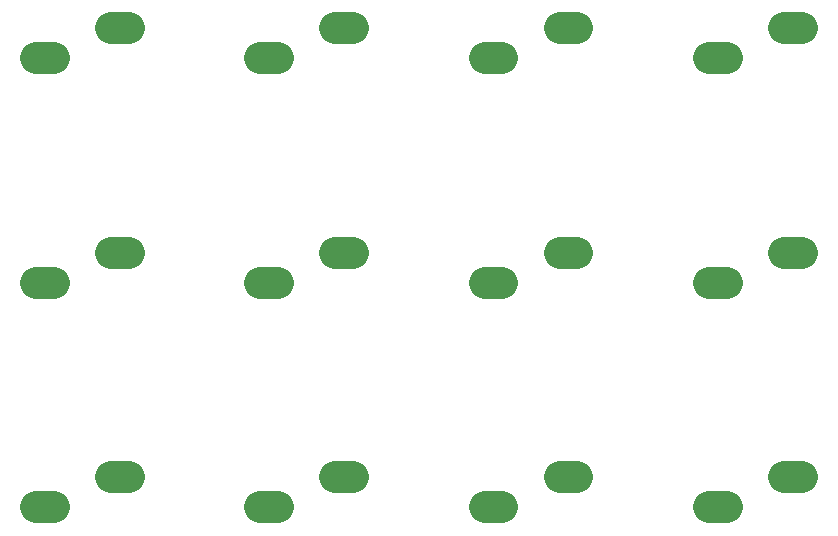
<source format=gts>
G04 Layer: TopSolderMaskLayer*
G04 EasyEDA v6.2.46, 2019-11-23T13:25:43+01:00*
G04 d8a7f896a94247d8beab61903426e2c7,093294e231294aec929f11af430ff8d8,10*
G04 Gerber Generator version 0.2*
G04 Scale: 100 percent, Rotated: No, Reflected: No *
G04 Dimensions in millimeters *
G04 leading zeros omitted , absolute positions ,3 integer and 3 decimal *
%FSLAX33Y33*%
%MOMM*%
G90*
G71D02*

%ADD18C,2.703195*%

%LPD*%
G54D18*
G01X20941Y44041D02*
G01X22441Y44041D01*
G01X27291Y46581D02*
G01X28791Y46581D01*
G01X39940Y44041D02*
G01X41440Y44041D01*
G01X46290Y46581D02*
G01X47790Y46581D01*
G01X58939Y44041D02*
G01X60440Y44041D01*
G01X65289Y46581D02*
G01X66790Y46581D01*
G01X20941Y25039D02*
G01X22441Y25039D01*
G01X27291Y27579D02*
G01X28791Y27579D01*
G01X39940Y25039D02*
G01X41440Y25039D01*
G01X46290Y27579D02*
G01X47790Y27579D01*
G01X58939Y25039D02*
G01X60440Y25039D01*
G01X65289Y27579D02*
G01X66790Y27579D01*
G01X20941Y6040D02*
G01X22441Y6040D01*
G01X27291Y8580D02*
G01X28791Y8580D01*
G01X39940Y6040D02*
G01X41440Y6040D01*
G01X46290Y8580D02*
G01X47790Y8580D01*
G01X58939Y6040D02*
G01X60440Y6040D01*
G01X65289Y8580D02*
G01X66790Y8580D01*
G01X1939Y44041D02*
G01X3439Y44041D01*
G01X8289Y46581D02*
G01X9789Y46581D01*
G01X1939Y25039D02*
G01X3439Y25039D01*
G01X8289Y27579D02*
G01X9789Y27579D01*
G01X1939Y6040D02*
G01X3439Y6040D01*
G01X8289Y8580D02*
G01X9789Y8580D01*
M00*
M02*

</source>
